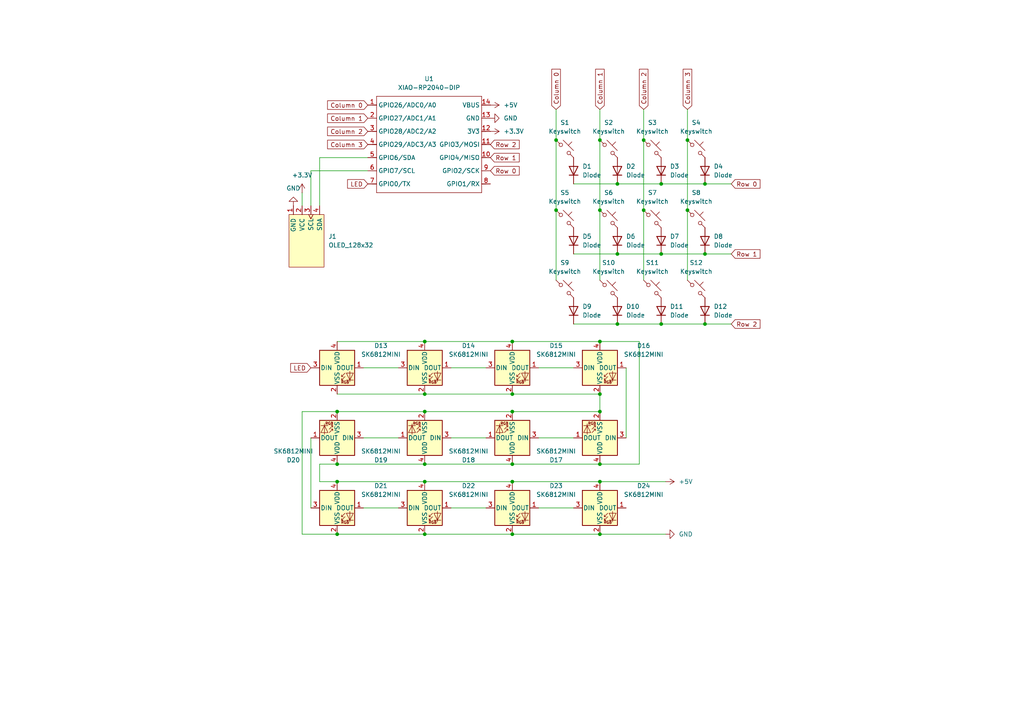
<source format=kicad_sch>
(kicad_sch (version 20250114) (generator "eeschema") (generator_version "9.0")
  (paper "A4")
  (lib_symbols
    (symbol "LED:SK6812MINI" (pin_names (offset 0.254))
      (property "Reference" "D" (at 5.08 5.715 0))
      (property "Value" "SK6812MINI" (at 1.27 -5.715 0))
      (symbol "SK6812MINI_0_0"
        (text "RGB" (at 2.286 -4.191 0) (effects (font (size 0.762 0.762))))
      )
      (symbol "SK6812MINI_0_1"
        (polyline (pts (xy 1.27 -2.54) (xy 1.778 -2.54)))
        (polyline (pts (xy 1.27 -3.556) (xy 1.778 -3.556)))
        (polyline (pts (xy 2.286 -1.524) (xy 1.27 -2.54) (xy 1.27 -2.032)))
        (polyline (pts (xy 2.286 -2.54) (xy 1.27 -3.556) (xy 1.27 -3.048)))
        (polyline (pts (xy 3.683 -1.016) (xy 3.683 -3.556) (xy 3.683 -4.064)))
        (polyline (pts (xy 4.699 -1.524) (xy 2.667 -1.524) (xy 3.683 -3.556) (xy 4.699 -1.524)))
        (polyline (pts (xy 4.699 -3.556) (xy 2.667 -3.556)))
        (rectangle (start 5.08 5.08) (end -5.08 -5.08) (stroke (width 0.254)) (fill (type background)))
      )
      (symbol "SK6812MINI_1_1"
        (pin input line (at -7.62 0 0) (length 2.54) (name "DIN") (number "3"))
        (pin power_in line (at 0 7.62 270) (length 2.54) (name "VDD") (number "4"))
        (pin power_in line (at 0 -7.62 90) (length 2.54) (name "VSS") (number "2"))
        (pin output line (at 7.62 0 180) (length 2.54) (name "DOUT") (number "1"))
      )
    )
    (symbol "OPL:XIAO-RP2040-DIP"
      (property "Reference" "U" (at 0 0 0))
      (property "Value" "XIAO-RP2040-DIP" (at 5.334 -1.778 0))
      (symbol "XIAO-RP2040-DIP_1_0"
        (polyline (pts (xy -1.27 -2.54) (xy 29.21 -2.54)) (stroke (width 0.1524)))
        (polyline (pts (xy -1.27 -5.08) (xy -2.54 -5.08)) (stroke (width 0.1524)))
        (polyline (pts (xy -1.27 -5.08) (xy -1.27 -2.54)) (stroke (width 0.1524)))
        (polyline (pts (xy -1.27 -8.89) (xy -2.54 -8.89)) (stroke (width 0.1524)))
        (polyline (pts (xy -1.27 -8.89) (xy -1.27 -5.08)) (stroke (width 0.1524)))
        (polyline (pts (xy -1.27 -12.7) (xy -2.54 -12.7)) (stroke (width 0.1524)))
        (polyline (pts (xy -1.27 -12.7) (xy -1.27 -8.89)) (stroke (width 0.1524)))
        (polyline (pts (xy -1.27 -16.51) (xy -2.54 -16.51)) (stroke (width 0.1524)))
        (polyline (pts (xy -1.27 -16.51) (xy -1.27 -12.7)) (stroke (width 0.1524)))
        (polyline (pts (xy -1.27 -20.32) (xy -2.54 -20.32)) (stroke (width 0.1524)))
        (polyline (pts (xy -1.27 -24.13) (xy -2.54 -24.13)) (stroke (width 0.1524)))
        (polyline (pts (xy -1.27 -27.94) (xy -2.54 -27.94)) (stroke (width 0.1524)))
        (polyline (pts (xy -1.27 -30.48) (xy -1.27 -16.51)) (stroke (width 0.1524)))
        (polyline (pts (xy 29.21 -2.54) (xy 29.21 -5.08)) (stroke (width 0.1524)))
        (polyline (pts (xy 29.21 -5.08) (xy 29.21 -8.89)) (stroke (width 0.1524)))
        (polyline (pts (xy 29.21 -8.89) (xy 29.21 -12.7)) (stroke (width 0.1524)))
        (polyline (pts (xy 29.21 -12.7) (xy 29.21 -30.48)) (stroke (width 0.1524)))
        (polyline (pts (xy 29.21 -30.48) (xy -1.27 -30.48)) (stroke (width 0.1524)))
        (polyline (pts (xy 30.48 -5.08) (xy 29.21 -5.08)) (stroke (width 0.1524)))
        (polyline (pts (xy 30.48 -8.89) (xy 29.21 -8.89)) (stroke (width 0.1524)))
        (polyline (pts (xy 30.48 -12.7) (xy 29.21 -12.7)) (stroke (width 0.1524)))
        (polyline (pts (xy 30.48 -16.51) (xy 29.21 -16.51)) (stroke (width 0.1524)))
        (polyline (pts (xy 30.48 -20.32) (xy 29.21 -20.32)) (stroke (width 0.1524)))
        (polyline (pts (xy 30.48 -24.13) (xy 29.21 -24.13)) (stroke (width 0.1524)))
        (polyline (pts (xy 30.48 -27.94) (xy 29.21 -27.94)) (stroke (width 0.1524)))
        (pin passive line (at -3.81 -5.08 0) (length 2.54) (name "GPIO26/ADC0/A0") (number "1"))
        (pin passive line (at -3.81 -8.89 0) (length 2.54) (name "GPIO27/ADC1/A1") (number "2"))
        (pin passive line (at -3.81 -12.7 0) (length 2.54) (name "GPIO28/ADC2/A2") (number "3"))
        (pin passive line (at -3.81 -16.51 0) (length 2.54) (name "GPIO29/ADC3/A3") (number "4"))
        (pin passive line (at -3.81 -20.32 0) (length 2.54) (name "GPIO6/SDA") (number "5"))
        (pin passive line (at -3.81 -24.13 0) (length 2.54) (name "GPIO7/SCL") (number "6"))
        (pin passive line (at -3.81 -27.94 0) (length 2.54) (name "GPIO0/TX") (number "7"))
        (pin passive line (at 31.75 -5.08 180) (length 2.54) (name "VBUS") (number "14"))
        (pin passive line (at 31.75 -8.89 180) (length 2.54) (name "GND") (number "13"))
        (pin passive line (at 31.75 -12.7 180) (length 2.54) (name "3V3") (number "12"))
        (pin passive line (at 31.75 -16.51 180) (length 2.54) (name "GPIO3/MOSI") (number "11"))
        (pin passive line (at 31.75 -20.32 180) (length 2.54) (name "GPIO4/MISO") (number "10"))
        (pin passive line (at 31.75 -24.13 180) (length 2.54) (name "GPIO2/SCK") (number "9"))
        (pin passive line (at 31.75 -27.94 180) (length 2.54) (name "GPIO1/RX") (number "8"))
      )
    )
    (symbol "ScottoKeebs:OLED_128x32" (pin_names (offset 1.016))
      (property "Reference" "J" (at 0 -6.35 0))
      (property "Value" "OLED_128x32" (at 0 6.35 0))
      (symbol "OLED_128x32_0_1"
        (rectangle (start 0 5.08) (end 15.24 -5.08) (fill (type background)))
      )
      (symbol "OLED_128x32_1_1"
        (pin bidirectional line (at -2.54 3.81 0) (length 2.54) (name "SDA") (number "4"))
        (pin input clock (at -2.54 1.27 0) (length 2.54) (name "SCL") (number "3"))
        (pin power_in line (at -2.54 -1.27 0) (length 2.54) (name "VCC") (number "2"))
        (pin power_in line (at -2.54 -3.81 0) (length 2.54) (name "GND") (number "1"))
      )
    )
    (symbol "ScottoKeebs:Placeholder_Diode" (pin_numbers (hide yes)) (pin_names (hide yes))
      (property "Reference" "D" (at 0 2.54 0))
      (property "Value" "Diode" (at 0 -2.54 0))
      (symbol "Placeholder_Diode_0_1"
        (polyline (pts (xy -1.27 1.27) (xy -1.27 -1.27)) (stroke (width 0.254)))
        (polyline (pts (xy 1.27 1.27) (xy 1.27 -1.27) (xy -1.27 0) (xy 1.27 1.27)) (stroke (width 0.254)))
        (polyline (pts (xy 1.27 0) (xy -1.27 0)))
      )
      (symbol "Placeholder_Diode_1_1"
        (pin passive line (at -3.81 0 0) (length 2.54) (name "K") (number "1"))
        (pin passive line (at 3.81 0 180) (length 2.54) (name "A") (number "2"))
      )
    )
    (symbol "ScottoKeebs:Placeholder_Keyswitch" (pin_numbers (hide yes)) (pin_names (offset 1.016) (hide yes))
      (property "Reference" "S" (at 3.048 1.016 0))
      (property "Value" "Keyswitch" (at 0 -3.81 0))
      (symbol "Placeholder_Keyswitch_0_1"
        (polyline (pts (xy -2.54 2.54) (xy -1.524 1.524) (xy -1.524 1.524)))
        (circle (center -1.1684 1.1684) (radius 0.508))
        (polyline (pts (xy -0.508 2.54) (xy 2.54 -0.508)))
        (polyline (pts (xy 1.016 1.016) (xy 2.032 2.032)))
        (circle (center 1.143 -1.1938) (radius 0.508))
        (polyline (pts (xy 1.524 -1.524) (xy 2.54 -2.54) (xy 2.54 -2.54) (xy 2.54 -2.54)))
        (pin passive line (at -2.54 2.54 0) (length 0) (name "1") (number "1"))
        (pin passive line (at 2.54 -2.54 180) (length 0) (name "2") (number "2"))
      )
    )
    (symbol "power:+3.3V" (power) (pin_numbers (hide yes)) (pin_names (offset 0) (hide yes))
      (property "Value" "+3.3V" (at 0 3.556 0))
      (symbol "+3.3V_0_1"
        (polyline (pts (xy -0.762 1.27) (xy 0 2.54)))
        (polyline (pts (xy 0 2.54) (xy 0.762 1.27)))
        (polyline (pts (xy 0 0) (xy 0 2.54)))
      )
      (symbol "+3.3V_1_1"
        (pin power_in line (at 0 0 90) (length 0) (name "~") (number "1"))
      )
    )
    (symbol "power:+5V" (power) (pin_numbers (hide yes)) (pin_names (offset 0) (hide yes))
      (property "Value" "+5V" (at 0 3.556 0))
      (symbol "+5V_0_1"
        (polyline (pts (xy -0.762 1.27) (xy 0 2.54)))
        (polyline (pts (xy 0 2.54) (xy 0.762 1.27)))
        (polyline (pts (xy 0 0) (xy 0 2.54)))
      )
      (symbol "+5V_1_1"
        (pin power_in line (at 0 0 90) (length 0) (name "~") (number "1"))
      )
    )
    (symbol "power:GND" (power) (pin_numbers (hide yes)) (pin_names (offset 0) (hide yes))
      (property "Value" "GND" (at 0 -3.81 0))
      (symbol "GND_0_1"
        (polyline (pts (xy 0 0) (xy 0 -1.27) (xy 1.27 -1.27) (xy 0 -2.54) (xy -1.27 -1.27) (xy 0 -1.27)))
      )
      (symbol "GND_1_1"
        (pin power_in line (at 0 0 270) (length 0) (name "~") (number "1"))
      )
    )
  )
  (junction (at 97.79 134.62))
  (junction (at 179.07 93.98))
  (junction (at 204.47 93.98))
  (junction (at 97.79 154.94))
  (junction (at 204.47 73.66))
  (junction (at 186.69 40.64))
  (junction (at 173.99 60.96))
  (junction (at 173.99 40.64))
  (junction (at 191.77 93.98))
  (junction (at 123.19 114.3))
  (junction (at 148.59 119.38))
  (junction (at 148.59 154.94))
  (junction (at 123.19 154.94))
  (junction (at 173.99 114.3))
  (junction (at 186.69 60.96))
  (junction (at 179.07 53.34))
  (junction (at 204.47 53.34))
  (junction (at 148.59 134.62))
  (junction (at 97.79 139.7))
  (junction (at 148.59 114.3))
  (junction (at 173.99 154.94))
  (junction (at 148.59 139.7))
  (junction (at 123.19 99.06))
  (junction (at 148.59 99.06))
  (junction (at 173.99 119.38))
  (junction (at 173.99 99.06))
  (junction (at 173.99 134.62))
  (junction (at 123.19 139.7))
  (junction (at 173.99 139.7))
  (junction (at 191.77 73.66))
  (junction (at 161.29 40.64))
  (junction (at 179.07 73.66))
  (junction (at 97.79 119.38))
  (junction (at 123.19 119.38))
  (junction (at 199.39 60.96))
  (junction (at 161.29 60.96))
  (junction (at 191.77 53.34))
  (junction (at 199.39 40.64))
  (junction (at 123.19 134.62))
  (wire (pts (xy 123.19 134.62) (xy 97.79 134.62)))
  (wire (pts (xy 87.63 55.88) (xy 87.63 59.69)))
  (wire (pts (xy 87.63 119.38) (xy 87.63 154.94)))
  (wire (pts (xy 161.29 60.96) (xy 161.29 81.28)))
  (wire (pts (xy 166.37 53.34) (xy 179.07 53.34)))
  (wire (pts (xy 179.07 93.98) (xy 191.77 93.98)))
  (wire (pts (xy 130.81 106.68) (xy 140.97 106.68)))
  (wire (pts (xy 130.81 127) (xy 140.97 127)))
  (wire (pts (xy 191.77 53.34) (xy 204.47 53.34)))
  (wire (pts (xy 97.79 99.06) (xy 123.19 99.06)))
  (wire (pts (xy 186.69 60.96) (xy 186.69 81.28)))
  (wire (pts (xy 148.59 119.38) (xy 123.19 119.38)))
  (wire (pts (xy 123.19 119.38) (xy 97.79 119.38)))
  (wire (pts (xy 92.71 139.7) (xy 97.79 139.7)))
  (wire (pts (xy 97.79 114.3) (xy 123.19 114.3)))
  (wire (pts (xy 186.69 40.64) (xy 186.69 60.96)))
  (wire (pts (xy 97.79 119.38) (xy 87.63 119.38)))
  (wire (pts (xy 166.37 93.98) (xy 179.07 93.98)))
  (wire (pts (xy 148.59 134.62) (xy 123.19 134.62)))
  (wire (pts (xy 173.99 119.38) (xy 148.59 119.38)))
  (wire (pts (xy 166.37 73.66) (xy 179.07 73.66)))
  (wire (pts (xy 173.99 60.96) (xy 173.99 81.28)))
  (wire (pts (xy 191.77 73.66) (xy 204.47 73.66)))
  (wire (pts (xy 185.42 99.06) (xy 185.42 134.62)))
  (wire (pts (xy 199.39 31.75) (xy 199.39 40.64)))
  (wire (pts (xy 212.09 93.98) (xy 204.47 93.98)))
  (wire (pts (xy 212.09 73.66) (xy 204.47 73.66)))
  (wire (pts (xy 191.77 93.98) (xy 204.47 93.98)))
  (wire (pts (xy 97.79 154.94) (xy 123.19 154.94)))
  (wire (pts (xy 181.61 106.68) (xy 181.61 127)))
  (wire (pts (xy 156.21 147.32) (xy 166.37 147.32)))
  (wire (pts (xy 156.21 106.68) (xy 166.37 106.68)))
  (wire (pts (xy 105.41 106.68) (xy 115.57 106.68)))
  (wire (pts (xy 148.59 99.06) (xy 173.99 99.06)))
  (wire (pts (xy 173.99 114.3) (xy 173.99 119.38)))
  (wire (pts (xy 193.04 154.94) (xy 173.99 154.94)))
  (wire (pts (xy 123.19 154.94) (xy 148.59 154.94)))
  (wire (pts (xy 90.17 127) (xy 90.17 147.32)))
  (wire (pts (xy 92.71 134.62) (xy 92.71 139.7)))
  (wire (pts (xy 92.71 45.72) (xy 106.68 45.72)))
  (wire (pts (xy 123.19 114.3) (xy 148.59 114.3)))
  (wire (pts (xy 105.41 127) (xy 115.57 127)))
  (wire (pts (xy 90.17 49.53) (xy 106.68 49.53)))
  (wire (pts (xy 148.59 154.94) (xy 173.99 154.94)))
  (wire (pts (xy 179.07 53.34) (xy 191.77 53.34)))
  (wire (pts (xy 130.81 147.32) (xy 140.97 147.32)))
  (wire (pts (xy 161.29 40.64) (xy 161.29 60.96)))
  (wire (pts (xy 173.99 134.62) (xy 148.59 134.62)))
  (wire (pts (xy 199.39 60.96) (xy 199.39 81.28)))
  (wire (pts (xy 87.63 154.94) (xy 97.79 154.94)))
  (wire (pts (xy 90.17 59.69) (xy 90.17 49.53)))
  (wire (pts (xy 179.07 73.66) (xy 191.77 73.66)))
  (wire (pts (xy 148.59 139.7) (xy 173.99 139.7)))
  (wire (pts (xy 173.99 99.06) (xy 185.42 99.06)))
  (wire (pts (xy 105.41 147.32) (xy 115.57 147.32)))
  (wire (pts (xy 212.09 53.34) (xy 204.47 53.34)))
  (wire (pts (xy 123.19 99.06) (xy 148.59 99.06)))
  (wire (pts (xy 97.79 134.62) (xy 92.71 134.62)))
  (wire (pts (xy 156.21 127) (xy 166.37 127)))
  (wire (pts (xy 97.79 139.7) (xy 123.19 139.7)))
  (wire (pts (xy 185.42 134.62) (xy 173.99 134.62)))
  (wire (pts (xy 123.19 139.7) (xy 148.59 139.7)))
  (wire (pts (xy 186.69 31.75) (xy 186.69 40.64)))
  (wire (pts (xy 193.04 139.7) (xy 173.99 139.7)))
  (wire (pts (xy 161.29 31.75) (xy 161.29 40.64)))
  (wire (pts (xy 92.71 59.69) (xy 92.71 45.72)))
  (wire (pts (xy 199.39 40.64) (xy 199.39 60.96)))
  (wire (pts (xy 173.99 31.75) (xy 173.99 40.64)))
  (wire (pts (xy 148.59 114.3) (xy 173.99 114.3)))
  (wire (pts (xy 173.99 40.64) (xy 173.99 60.96)))
  (global_label "Row 0" (shape input) (at 142.24 49.53 0) (property "Intersheetrefs" "${INTERSHEET_REFS}" (effects (hide yes))))
  (global_label "Row 2" (shape input) (at 212.09 93.98 0) (property "Intersheetrefs" "${INTERSHEET_REFS}" (effects (hide yes))))
  (global_label "Row 1" (shape input) (at 142.24 45.72 0) (property "Intersheetrefs" "${INTERSHEET_REFS}" (effects (hide yes))))
  (global_label "Column 3" (shape input) (at 199.39 31.75 90) (property "Intersheetrefs" "${INTERSHEET_REFS}" (effects (hide yes))))
  (global_label "Column 2" (shape input) (at 106.68 38.1 180) (property "Intersheetrefs" "${INTERSHEET_REFS}" (effects (hide yes))))
  (global_label "Column 2" (shape input) (at 186.69 31.75 90) (property "Intersheetrefs" "${INTERSHEET_REFS}" (effects (hide yes))))
  (global_label "LED" (shape input) (at 106.68 53.34 180) (property "Intersheetrefs" "${INTERSHEET_REFS}" (effects (hide yes))))
  (global_label "Column 0" (shape input) (at 106.68 30.48 180) (property "Intersheetrefs" "${INTERSHEET_REFS}" (effects (hide yes))))
  (global_label "Column 1" (shape input) (at 173.99 31.75 90) (property "Intersheetrefs" "${INTERSHEET_REFS}" (effects (hide yes))))
  (global_label "Row 1" (shape input) (at 212.09 73.66 0) (property "Intersheetrefs" "${INTERSHEET_REFS}" (effects (hide yes))))
  (global_label "Column 3" (shape input) (at 106.68 41.91 180) (property "Intersheetrefs" "${INTERSHEET_REFS}" (effects (hide yes))))
  (global_label "Row 2" (shape input) (at 142.24 41.91 0) (property "Intersheetrefs" "${INTERSHEET_REFS}" (effects (hide yes))))
  (global_label "Row 0" (shape input) (at 212.09 53.34 0) (property "Intersheetrefs" "${INTERSHEET_REFS}" (effects (hide yes))))
  (global_label "Column 1" (shape input) (at 106.68 34.29 180) (property "Intersheetrefs" "${INTERSHEET_REFS}" (effects (hide yes))))
  (global_label "Column 0" (shape input) (at 161.29 31.75 90) (property "Intersheetrefs" "${INTERSHEET_REFS}" (effects (hide yes))))
  (global_label "LED" (shape input) (at 90.17 106.68 180) (property "Intersheetrefs" "${INTERSHEET_REFS}" (effects (hide yes))))
  (symbol (lib_id "ScottoKeebs:Placeholder_Diode") (at 204.47 90.17 90) (unit 1)
    (property "Reference" "D12" (at 207.01 88.8999 90) (effects (justify right)))
    (property "Value" "Diode" (at 207.01 91.4399 90) (effects (justify right)))
    (property "Footprint" "ScottoKeebs_Components:Diode_DO-35" (effects (hide yes)))
    (property "Description" "1N4148 (DO-35) or 1N4148W (SOD-123)" (effects (hide yes)))
    (property "Sim.Device" "D" (effects (hide yes)))
    (property "Sim.Pins" "1=K 2=A" (effects (hide yes)))
  )
  (symbol (lib_id "LED:SK6812MINI") (at 97.79 147.32 0) (unit 1)
    (property "Reference" "D21" (at 110.49 140.8998 0))
    (property "Value" "SK6812MINI" (at 110.49 143.4398 0))
    (property "Footprint" "ScottoKeebs_Components:LED_SK6812MINI" (effects (hide yes)))
    (property "Datasheet" "https://cdn-shop.adafruit.com/product-files/2686/SK6812MINI_REV.01-1-2.pdf" (effects (hide yes)))
    (property "Description" "RGB LED with integrated controller" (effects (hide yes)))
  )
  (symbol (lib_id "ScottoKeebs:Placeholder_Keyswitch") (at 189.23 83.82 0) (unit 1)
    (property "Reference" "S11" (at 189.23 76.2 0))
    (property "Value" "Keyswitch" (at 189.23 78.74 0))
    (property "Footprint" "ScottoKeebs_MX:MX_PCB_1.00u" (effects (hide yes)))
    (property "Description" "Push button switch, normally open, two pins, 45° tilted" (effects (hide yes)))
  )
  (symbol (lib_id "ScottoKeebs:Placeholder_Keyswitch") (at 163.83 43.18 0) (unit 1)
    (property "Reference" "S1" (at 163.83 35.56 0))
    (property "Value" "Keyswitch" (at 163.83 38.1 0))
    (property "Footprint" "ScottoKeebs_MX:MX_PCB_1.00u" (effects (hide yes)))
    (property "Description" "Push button switch, normally open, two pins, 45° tilted" (effects (hide yes)))
  )
  (symbol (lib_id "LED:SK6812MINI") (at 123.19 127 180) (unit 1)
    (property "Reference" "D19" (at 110.49 133.4202 0))
    (property "Value" "SK6812MINI" (at 110.49 130.8802 0))
    (property "Footprint" "ScottoKeebs_Components:LED_SK6812MINI" (effects (hide yes)))
    (property "Datasheet" "https://cdn-shop.adafruit.com/product-files/2686/SK6812MINI_REV.01-1-2.pdf" (effects (hide yes)))
    (property "Description" "RGB LED with integrated controller" (effects (hide yes)))
  )
  (symbol (lib_id "LED:SK6812MINI") (at 97.79 106.68 0) (unit 1)
    (property "Reference" "D13" (at 110.49 100.2598 0))
    (property "Value" "SK6812MINI" (at 110.49 102.7998 0))
    (property "Footprint" "ScottoKeebs_Components:LED_SK6812MINI" (effects (hide yes)))
    (property "Datasheet" "https://cdn-shop.adafruit.com/product-files/2686/SK6812MINI_REV.01-1-2.pdf" (effects (hide yes)))
    (property "Description" "RGB LED with integrated controller" (effects (hide yes)))
  )
  (symbol (lib_id "LED:SK6812MINI") (at 148.59 147.32 0) (unit 1)
    (property "Reference" "D23" (at 161.29 140.8998 0))
    (property "Value" "SK6812MINI" (at 161.29 143.4398 0))
    (property "Footprint" "ScottoKeebs_Components:LED_SK6812MINI" (effects (hide yes)))
    (property "Datasheet" "https://cdn-shop.adafruit.com/product-files/2686/SK6812MINI_REV.01-1-2.pdf" (effects (hide yes)))
    (property "Description" "RGB LED with integrated controller" (effects (hide yes)))
  )
  (symbol (lib_id "ScottoKeebs:Placeholder_Keyswitch") (at 201.93 83.82 0) (unit 1)
    (property "Reference" "S12" (at 201.93 76.2 0))
    (property "Value" "Keyswitch" (at 201.93 78.74 0))
    (property "Footprint" "ScottoKeebs_MX:MX_PCB_1.00u" (effects (hide yes)))
    (property "Description" "Push button switch, normally open, two pins, 45° tilted" (effects (hide yes)))
  )
  (symbol (lib_id "ScottoKeebs:Placeholder_Keyswitch") (at 189.23 43.18 0) (unit 1)
    (property "Reference" "S3" (at 189.23 35.56 0))
    (property "Value" "Keyswitch" (at 189.23 38.1 0))
    (property "Footprint" "ScottoKeebs_MX:MX_PCB_1.00u" (effects (hide yes)))
    (property "Description" "Push button switch, normally open, two pins, 45° tilted" (effects (hide yes)))
  )
  (symbol (lib_id "ScottoKeebs:Placeholder_Diode") (at 204.47 49.53 90) (unit 1)
    (property "Reference" "D4" (at 207.01 48.2599 90) (effects (justify right)))
    (property "Value" "Diode" (at 207.01 50.7999 90) (effects (justify right)))
    (property "Footprint" "ScottoKeebs_Components:Diode_DO-35" (effects (hide yes)))
    (property "Description" "1N4148 (DO-35) or 1N4148W (SOD-123)" (effects (hide yes)))
    (property "Sim.Device" "D" (effects (hide yes)))
    (property "Sim.Pins" "1=K 2=A" (effects (hide yes)))
  )
  (symbol (lib_id "ScottoKeebs:Placeholder_Keyswitch") (at 163.83 63.5 0) (unit 1)
    (property "Reference" "S5" (at 163.83 55.88 0))
    (property "Value" "Keyswitch" (at 163.83 58.42 0))
    (property "Footprint" "ScottoKeebs_MX:MX_PCB_1.00u" (effects (hide yes)))
    (property "Description" "Push button switch, normally open, two pins, 45° tilted" (effects (hide yes)))
  )
  (symbol (lib_id "ScottoKeebs:Placeholder_Diode") (at 204.47 69.85 90) (unit 1)
    (property "Reference" "D8" (at 207.01 68.5799 90) (effects (justify right)))
    (property "Value" "Diode" (at 207.01 71.1199 90) (effects (justify right)))
    (property "Footprint" "ScottoKeebs_Components:Diode_DO-35" (effects (hide yes)))
    (property "Description" "1N4148 (DO-35) or 1N4148W (SOD-123)" (effects (hide yes)))
    (property "Sim.Device" "D" (effects (hide yes)))
    (property "Sim.Pins" "1=K 2=A" (effects (hide yes)))
  )
  (symbol (lib_id "LED:SK6812MINI") (at 123.19 147.32 0) (unit 1)
    (property "Reference" "D22" (at 135.89 140.8998 0))
    (property "Value" "SK6812MINI" (at 135.89 143.4398 0))
    (property "Footprint" "ScottoKeebs_Components:LED_SK6812MINI" (effects (hide yes)))
    (property "Datasheet" "https://cdn-shop.adafruit.com/product-files/2686/SK6812MINI_REV.01-1-2.pdf" (effects (hide yes)))
    (property "Description" "RGB LED with integrated controller" (effects (hide yes)))
  )
  (symbol (lib_id "power:+3.3V") (at 142.24 38.1 270) (unit 1)
    (property "Reference" "#PWR05" (effects (hide yes)))
    (property "Value" "+3.3V" (at 146.05 38.0999 90) (effects (justify left)))
    (property "Description" "Power symbol creates a global label with name \"+3.3V\"" (effects (hide yes)))
  )
  (symbol (lib_id "ScottoKeebs:Placeholder_Keyswitch") (at 189.23 63.5 0) (unit 1)
    (property "Reference" "S7" (at 189.23 55.88 0))
    (property "Value" "Keyswitch" (at 189.23 58.42 0))
    (property "Footprint" "ScottoKeebs_MX:MX_PCB_1.00u" (effects (hide yes)))
    (property "Description" "Push button switch, normally open, two pins, 45° tilted" (effects (hide yes)))
  )
  (symbol (lib_id "power:+3.3V") (at 87.63 55.88 0) (unit 1)
    (property "Reference" "#PWR02" (effects (hide yes)))
    (property "Value" "+3.3V" (at 87.63 50.8 0))
    (property "Description" "Power symbol creates a global label with name \"+3.3V\"" (effects (hide yes)))
  )
  (symbol (lib_id "ScottoKeebs:Placeholder_Diode") (at 166.37 49.53 90) (unit 1)
    (property "Reference" "D1" (at 168.91 48.2599 90) (effects (justify right)))
    (property "Value" "Diode" (at 168.91 50.7999 90) (effects (justify right)))
    (property "Footprint" "ScottoKeebs_Components:Diode_DO-35" (effects (hide yes)))
    (property "Description" "1N4148 (DO-35) or 1N4148W (SOD-123)" (effects (hide yes)))
    (property "Sim.Device" "D" (effects (hide yes)))
    (property "Sim.Pins" "1=K 2=A" (effects (hide yes)))
  )
  (symbol (lib_id "ScottoKeebs:Placeholder_Keyswitch") (at 201.93 43.18 0) (unit 1)
    (property "Reference" "S4" (at 201.93 35.56 0))
    (property "Value" "Keyswitch" (at 201.93 38.1 0))
    (property "Footprint" "ScottoKeebs_MX:MX_PCB_1.00u" (effects (hide yes)))
    (property "Description" "Push button switch, normally open, two pins, 45° tilted" (effects (hide yes)))
  )
  (symbol (lib_id "ScottoKeebs:Placeholder_Keyswitch") (at 163.83 83.82 0) (unit 1)
    (property "Reference" "S9" (at 163.83 76.2 0))
    (property "Value" "Keyswitch" (at 163.83 78.74 0))
    (property "Footprint" "ScottoKeebs_MX:MX_PCB_1.00u" (effects (hide yes)))
    (property "Description" "Push button switch, normally open, two pins, 45° tilted" (effects (hide yes)))
  )
  (symbol (lib_id "LED:SK6812MINI") (at 123.19 106.68 0) (unit 1)
    (property "Reference" "D14" (at 135.89 100.2598 0))
    (property "Value" "SK6812MINI" (at 135.89 102.7998 0))
    (property "Footprint" "ScottoKeebs_Components:LED_SK6812MINI" (effects (hide yes)))
    (property "Datasheet" "https://cdn-shop.adafruit.com/product-files/2686/SK6812MINI_REV.01-1-2.pdf" (effects (hide yes)))
    (property "Description" "RGB LED with integrated controller" (effects (hide yes)))
  )
  (symbol (lib_id "ScottoKeebs:Placeholder_Diode") (at 191.77 49.53 90) (unit 1)
    (property "Reference" "D3" (at 194.31 48.2599 90) (effects (justify right)))
    (property "Value" "Diode" (at 194.31 50.7999 90) (effects (justify right)))
    (property "Footprint" "ScottoKeebs_Components:Diode_DO-35" (effects (hide yes)))
    (property "Description" "1N4148 (DO-35) or 1N4148W (SOD-123)" (effects (hide yes)))
    (property "Sim.Device" "D" (effects (hide yes)))
    (property "Sim.Pins" "1=K 2=A" (effects (hide yes)))
  )
  (symbol (lib_id "ScottoKeebs:Placeholder_Diode") (at 179.07 49.53 90) (unit 1)
    (property "Reference" "D2" (at 181.61 48.2599 90) (effects (justify right)))
    (property "Value" "Diode" (at 181.61 50.7999 90) (effects (justify right)))
    (property "Footprint" "ScottoKeebs_Components:Diode_DO-35" (effects (hide yes)))
    (property "Description" "1N4148 (DO-35) or 1N4148W (SOD-123)" (effects (hide yes)))
    (property "Sim.Device" "D" (effects (hide yes)))
    (property "Sim.Pins" "1=K 2=A" (effects (hide yes)))
  )
  (symbol (lib_id "ScottoKeebs:Placeholder_Diode") (at 179.07 69.85 90) (unit 1)
    (property "Reference" "D6" (at 181.61 68.5799 90) (effects (justify right)))
    (property "Value" "Diode" (at 181.61 71.1199 90) (effects (justify right)))
    (property "Footprint" "ScottoKeebs_Components:Diode_DO-35" (effects (hide yes)))
    (property "Description" "1N4148 (DO-35) or 1N4148W (SOD-123)" (effects (hide yes)))
    (property "Sim.Device" "D" (effects (hide yes)))
    (property "Sim.Pins" "1=K 2=A" (effects (hide yes)))
  )
  (symbol (lib_id "LED:SK6812MINI") (at 148.59 127 180) (unit 1)
    (property "Reference" "D18" (at 135.89 133.4202 0))
    (property "Value" "SK6812MINI" (at 135.89 130.8802 0))
    (property "Footprint" "ScottoKeebs_Components:LED_SK6812MINI" (effects (hide yes)))
    (property "Datasheet" "https://cdn-shop.adafruit.com/product-files/2686/SK6812MINI_REV.01-1-2.pdf" (effects (hide yes)))
    (property "Description" "RGB LED with integrated controller" (effects (hide yes)))
  )
  (symbol (lib_id "ScottoKeebs:Placeholder_Keyswitch") (at 176.53 83.82 0) (unit 1)
    (property "Reference" "S10" (at 176.53 76.2 0))
    (property "Value" "Keyswitch" (at 176.53 78.74 0))
    (property "Footprint" "ScottoKeebs_MX:MX_PCB_1.00u" (effects (hide yes)))
    (property "Description" "Push button switch, normally open, two pins, 45° tilted" (effects (hide yes)))
  )
  (symbol (lib_id "ScottoKeebs:Placeholder_Diode") (at 166.37 69.85 90) (unit 1)
    (property "Reference" "D5" (at 168.91 68.5799 90) (effects (justify right)))
    (property "Value" "Diode" (at 168.91 71.1199 90) (effects (justify right)))
    (property "Footprint" "ScottoKeebs_Components:Diode_DO-35" (effects (hide yes)))
    (property "Description" "1N4148 (DO-35) or 1N4148W (SOD-123)" (effects (hide yes)))
    (property "Sim.Device" "D" (effects (hide yes)))
    (property "Sim.Pins" "1=K 2=A" (effects (hide yes)))
  )
  (symbol (lib_id "LED:SK6812MINI") (at 173.99 127 180) (unit 1)
    (property "Reference" "D17" (at 161.29 133.4202 0))
    (property "Value" "SK6812MINI" (at 161.29 130.8802 0))
    (property "Footprint" "ScottoKeebs_Components:LED_SK6812MINI" (effects (hide yes)))
    (property "Datasheet" "https://cdn-shop.adafruit.com/product-files/2686/SK6812MINI_REV.01-1-2.pdf" (effects (hide yes)))
    (property "Description" "RGB LED with integrated controller" (effects (hide yes)))
  )
  (symbol (lib_id "ScottoKeebs:Placeholder_Diode") (at 191.77 69.85 90) (unit 1)
    (property "Reference" "D7" (at 194.31 68.5799 90) (effects (justify right)))
    (property "Value" "Diode" (at 194.31 71.1199 90) (effects (justify right)))
    (property "Footprint" "ScottoKeebs_Components:Diode_DO-35" (effects (hide yes)))
    (property "Description" "1N4148 (DO-35) or 1N4148W (SOD-123)" (effects (hide yes)))
    (property "Sim.Device" "D" (effects (hide yes)))
    (property "Sim.Pins" "1=K 2=A" (effects (hide yes)))
  )
  (symbol (lib_id "LED:SK6812MINI") (at 97.79 127 180) (unit 1)
    (property "Reference" "D20" (at 85.09 133.4202 0))
    (property "Value" "SK6812MINI" (at 85.09 130.8802 0))
    (property "Footprint" "ScottoKeebs_Components:LED_SK6812MINI" (effects (hide yes)))
    (property "Datasheet" "https://cdn-shop.adafruit.com/product-files/2686/SK6812MINI_REV.01-1-2.pdf" (effects (hide yes)))
    (property "Description" "RGB LED with integrated controller" (effects (hide yes)))
  )
  (symbol (lib_id "LED:SK6812MINI") (at 173.99 106.68 0) (unit 1)
    (property "Reference" "D16" (at 186.69 100.2598 0))
    (property "Value" "SK6812MINI" (at 186.69 102.7998 0))
    (property "Footprint" "ScottoKeebs_Components:LED_SK6812MINI" (effects (hide yes)))
    (property "Datasheet" "https://cdn-shop.adafruit.com/product-files/2686/SK6812MINI_REV.01-1-2.pdf" (effects (hide yes)))
    (property "Description" "RGB LED with integrated controller" (effects (hide yes)))
  )
  (symbol (lib_id "power:GND") (at 85.09 59.69 180) (unit 1)
    (property "Reference" "#PWR01" (effects (hide yes)))
    (property "Value" "GND" (at 85.09 54.61 0))
    (property "Description" "Power symbol creates a global label with name \"GND\" , ground" (effects (hide yes)))
  )
  (symbol (lib_id "ScottoKeebs:Placeholder_Keyswitch") (at 176.53 63.5 0) (unit 1)
    (property "Reference" "S6" (at 176.53 55.88 0))
    (property "Value" "Keyswitch" (at 176.53 58.42 0))
    (property "Footprint" "ScottoKeebs_MX:MX_PCB_1.00u" (effects (hide yes)))
    (property "Description" "Push button switch, normally open, two pins, 45° tilted" (effects (hide yes)))
  )
  (symbol (lib_id "power:GND") (at 193.04 154.94 90) (unit 1)
    (property "Reference" "#PWR07" (effects (hide yes)))
    (property "Value" "GND" (at 196.85 154.9399 90) (effects (justify right)))
    (property "Description" "Power symbol creates a global label with name \"GND\" , ground" (effects (hide yes)))
  )
  (symbol (lib_id "LED:SK6812MINI") (at 148.59 106.68 0) (unit 1)
    (property "Reference" "D15" (at 161.29 100.2598 0))
    (property "Value" "SK6812MINI" (at 161.29 102.7998 0))
    (property "Footprint" "ScottoKeebs_Components:LED_SK6812MINI" (effects (hide yes)))
    (property "Datasheet" "https://cdn-shop.adafruit.com/product-files/2686/SK6812MINI_REV.01-1-2.pdf" (effects (hide yes)))
    (property "Description" "RGB LED with integrated controller" (effects (hide yes)))
  )
  (symbol (lib_id "power:GND") (at 142.24 34.29 90) (unit 1)
    (property "Reference" "#PWR04" (effects (hide yes)))
    (property "Value" "GND" (at 146.05 34.2899 90) (effects (justify right)))
    (property "Description" "Power symbol creates a global label with name \"GND\" , ground" (effects (hide yes)))
  )
  (symbol (lib_id "ScottoKeebs:Placeholder_Diode") (at 179.07 90.17 90) (unit 1)
    (property "Reference" "D10" (at 181.61 88.8999 90) (effects (justify right)))
    (property "Value" "Diode" (at 181.61 91.4399 90) (effects (justify right)))
    (property "Footprint" "ScottoKeebs_Components:Diode_DO-35" (effects (hide yes)))
    (property "Description" "1N4148 (DO-35) or 1N4148W (SOD-123)" (effects (hide yes)))
    (property "Sim.Device" "D" (effects (hide yes)))
    (property "Sim.Pins" "1=K 2=A" (effects (hide yes)))
  )
  (symbol (lib_id "ScottoKeebs:Placeholder_Keyswitch") (at 201.93 63.5 0) (unit 1)
    (property "Reference" "S8" (at 201.93 55.88 0))
    (property "Value" "Keyswitch" (at 201.93 58.42 0))
    (property "Footprint" "ScottoKeebs_MX:MX_PCB_1.00u" (effects (hide yes)))
    (property "Description" "Push button switch, normally open, two pins, 45° tilted" (effects (hide yes)))
  )
  (symbol (lib_id "ScottoKeebs:OLED_128x32") (at 88.9 62.23 270) (unit 1)
    (property "Reference" "J1" (at 95.25 68.5799 90) (effects (justify left)))
    (property "Value" "OLED_128x32" (at 95.25 71.1199 90) (effects (justify left)))
    (property "Footprint" "ScottoKeebs_Components:OLED_128x32" (effects (hide yes)))
  )
  (symbol (lib_id "OPL:XIAO-RP2040-DIP") (at 110.49 25.4 0) (unit 1)
    (property "Reference" "U1" (at 124.46 22.86 0))
    (property "Value" "XIAO-RP2040-DIP" (at 124.46 25.4 0))
    (property "Footprint" "OPL:XIAO-RP2040-DIP" (effects (hide yes)))
  )
  (symbol (lib_id "ScottoKeebs:Placeholder_Keyswitch") (at 176.53 43.18 0) (unit 1)
    (property "Reference" "S2" (at 176.53 35.56 0))
    (property "Value" "Keyswitch" (at 176.53 38.1 0))
    (property "Footprint" "ScottoKeebs_MX:MX_PCB_1.00u" (effects (hide yes)))
    (property "Description" "Push button switch, normally open, two pins, 45° tilted" (effects (hide yes)))
  )
  (symbol (lib_id "LED:SK6812MINI") (at 173.99 147.32 0) (unit 1)
    (property "Reference" "D24" (at 186.69 140.8998 0))
    (property "Value" "SK6812MINI" (at 186.69 143.4398 0))
    (property "Footprint" "ScottoKeebs_Components:LED_SK6812MINI" (effects (hide yes)))
    (property "Datasheet" "https://cdn-shop.adafruit.com/product-files/2686/SK6812MINI_REV.01-1-2.pdf" (effects (hide yes)))
    (property "Description" "RGB LED with integrated controller" (effects (hide yes)))
  )
  (symbol (lib_id "power:+5V") (at 193.04 139.7 270) (unit 1)
    (property "Reference" "#PWR06" (effects (hide yes)))
    (property "Value" "+5V" (at 196.85 139.6999 90) (effects (justify left)))
    (property "Description" "Power symbol creates a global label with name \"+5V\"" (effects (hide yes)))
  )
  (symbol (lib_id "power:+5V") (at 142.24 30.48 270) (unit 1)
    (property "Reference" "#PWR03" (effects (hide yes)))
    (property "Value" "+5V" (at 146.05 30.4799 90) (effects (justify left)))
    (property "Description" "Power symbol creates a global label with name \"+5V\"" (effects (hide yes)))
  )
  (symbol (lib_id "ScottoKeebs:Placeholder_Diode") (at 191.77 90.17 90) (unit 1)
    (property "Reference" "D11" (at 194.31 88.8999 90) (effects (justify right)))
    (property "Value" "Diode" (at 194.31 91.4399 90) (effects (justify right)))
    (property "Footprint" "ScottoKeebs_Components:Diode_DO-35" (effects (hide yes)))
    (property "Description" "1N4148 (DO-35) or 1N4148W (SOD-123)" (effects (hide yes)))
    (property "Sim.Device" "D" (effects (hide yes)))
    (property "Sim.Pins" "1=K 2=A" (effects (hide yes)))
  )
  (symbol (lib_id "ScottoKeebs:Placeholder_Diode") (at 166.37 90.17 90) (unit 1)
    (property "Reference" "D9" (at 168.91 88.8999 90) (effects (justify right)))
    (property "Value" "Diode" (at 168.91 91.4399 90) (effects (justify right)))
    (property "Footprint" "ScottoKeebs_Components:Diode_DO-35" (effects (hide yes)))
    (property "Description" "1N4148 (DO-35) or 1N4148W (SOD-123)" (effects (hide yes)))
    (property "Sim.Device" "D" (effects (hide yes)))
    (property "Sim.Pins" "1=K 2=A" (effects (hide yes)))
  )
)
</source>
